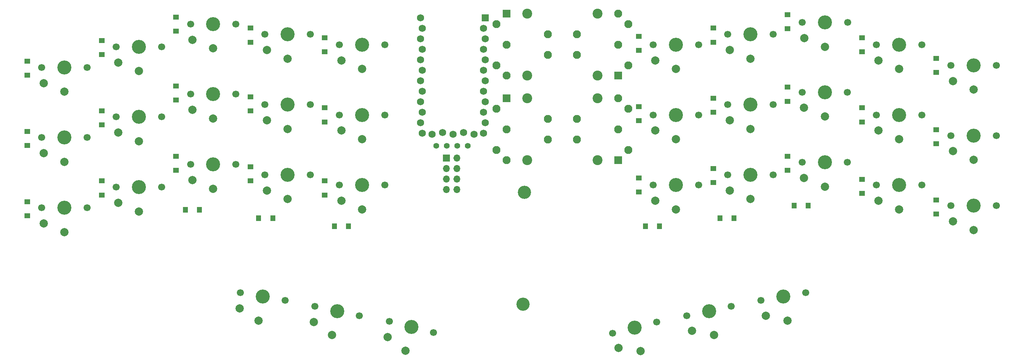
<source format=gbr>
%TF.GenerationSoftware,KiCad,Pcbnew,(5.1.9-0-10_14)*%
%TF.CreationDate,2021-06-06T18:46:05+01:00*%
%TF.ProjectId,dual_wield,6475616c-5f77-4696-956c-642e6b696361,rev?*%
%TF.SameCoordinates,Original*%
%TF.FileFunction,Soldermask,Top*%
%TF.FilePolarity,Negative*%
%FSLAX46Y46*%
G04 Gerber Fmt 4.6, Leading zero omitted, Abs format (unit mm)*
G04 Created by KiCad (PCBNEW (5.1.9-0-10_14)) date 2021-06-06 18:46:05*
%MOMM*%
%LPD*%
G01*
G04 APERTURE LIST*
%ADD10C,1.752600*%
%ADD11R,1.752600X1.752600*%
%ADD12C,1.397000*%
%ADD13C,1.700000*%
%ADD14C,2.000000*%
%ADD15C,3.400000*%
%ADD16O,1.700000X1.700000*%
%ADD17R,1.700000X1.700000*%
%ADD18C,1.950000*%
%ADD19C,2.400000*%
%ADD20R,1.950000X1.950000*%
%ADD21C,3.200000*%
%ADD22R,1.400000X1.200000*%
%ADD23R,1.200000X1.400000*%
G04 APERTURE END LIST*
D10*
%TO.C,U1*%
X283080000Y-159698600D03*
X280540000Y-159241400D03*
X278000000Y-159698600D03*
X275460000Y-159241400D03*
X272920000Y-159698600D03*
X270151400Y-131530000D03*
X285391400Y-159470000D03*
X270608600Y-134070000D03*
X270151400Y-136610000D03*
X270608600Y-139150000D03*
X270151400Y-141690000D03*
X270608600Y-144230000D03*
X270151400Y-146770000D03*
X270608600Y-149310000D03*
X270151400Y-151850000D03*
X270608600Y-154390000D03*
X270151400Y-156930000D03*
X270608600Y-159470000D03*
X285848600Y-156930000D03*
X285391400Y-154390000D03*
X285848600Y-151850000D03*
X285391400Y-149310000D03*
X285848600Y-146770000D03*
X285391400Y-144230000D03*
X285848600Y-141690000D03*
X285391400Y-139150000D03*
X285848600Y-136610000D03*
X285391400Y-134070000D03*
D11*
X285848600Y-131530000D03*
%TD*%
D12*
%TO.C,OL1*%
X281620000Y-162500000D03*
X279080000Y-162500000D03*
X276540000Y-162500000D03*
X274000000Y-162500000D03*
%TD*%
D13*
%TO.C,K?1*%
X189500000Y-143500000D03*
X178500000Y-143500000D03*
D14*
X179000000Y-147300000D03*
X184000000Y-149400000D03*
D15*
X184000000Y-143500000D03*
%TD*%
D13*
%TO.C,K35*%
X409500000Y-177000000D03*
X398500000Y-177000000D03*
D14*
X399000000Y-180800000D03*
X404000000Y-182900000D03*
D15*
X404000000Y-177000000D03*
%TD*%
D13*
%TO.C,K34*%
X409500000Y-160000000D03*
X398500000Y-160000000D03*
D14*
X399000000Y-163800000D03*
X404000000Y-165900000D03*
D15*
X404000000Y-160000000D03*
%TD*%
D13*
%TO.C,K33*%
X409500000Y-143000000D03*
X398500000Y-143000000D03*
D14*
X399000000Y-146800000D03*
X404000000Y-148900000D03*
D15*
X404000000Y-143000000D03*
%TD*%
D13*
%TO.C,K32*%
X391500000Y-172000000D03*
X380500000Y-172000000D03*
D14*
X381000000Y-175800000D03*
X386000000Y-177900000D03*
D15*
X386000000Y-172000000D03*
%TD*%
D13*
%TO.C,K31*%
X391500000Y-155000000D03*
X380500000Y-155000000D03*
D14*
X381000000Y-158800000D03*
X386000000Y-160900000D03*
D15*
X386000000Y-155000000D03*
%TD*%
D13*
%TO.C,K30*%
X391500000Y-138000000D03*
X380500000Y-138000000D03*
D14*
X381000000Y-141800000D03*
X386000000Y-143900000D03*
D15*
X386000000Y-138000000D03*
%TD*%
D13*
%TO.C,K29*%
X363416443Y-198044935D03*
X352583557Y-199955065D03*
D14*
X353735824Y-203610510D03*
X359024524Y-204810366D03*
D15*
X358000000Y-199000000D03*
%TD*%
D13*
%TO.C,K28*%
X373500000Y-166500000D03*
X362500000Y-166500000D03*
D14*
X363000000Y-170300000D03*
X368000000Y-172400000D03*
D15*
X368000000Y-166500000D03*
%TD*%
D13*
%TO.C,K27*%
X373500000Y-149500000D03*
X362500000Y-149500000D03*
D14*
X363000000Y-153300000D03*
X368000000Y-155400000D03*
D15*
X368000000Y-149500000D03*
%TD*%
D13*
%TO.C,K26*%
X373520000Y-132600000D03*
X362520000Y-132600000D03*
D14*
X363020000Y-136400000D03*
X368020000Y-138500000D03*
D15*
X368020000Y-132600000D03*
%TD*%
D13*
%TO.C,K25*%
X345379812Y-201356486D03*
X334620188Y-203643514D03*
D14*
X335899326Y-207256519D03*
X341226679Y-208271071D03*
D15*
X340000000Y-202500000D03*
%TD*%
D13*
%TO.C,K24*%
X355500000Y-169500000D03*
X344500000Y-169500000D03*
D14*
X345000000Y-173300000D03*
X350000000Y-175400000D03*
D15*
X350000000Y-169500000D03*
%TD*%
D13*
%TO.C,K23*%
X355500000Y-152500000D03*
X344500000Y-152500000D03*
D14*
X345000000Y-156300000D03*
X350000000Y-158400000D03*
D15*
X350000000Y-152500000D03*
%TD*%
D13*
%TO.C,K22*%
X355500000Y-135500000D03*
X344500000Y-135500000D03*
D14*
X345000000Y-139300000D03*
X350000000Y-141400000D03*
D15*
X350000000Y-135500000D03*
%TD*%
D13*
%TO.C,K21*%
X327336626Y-205169430D03*
X316663374Y-207830570D03*
D14*
X318067825Y-211396733D03*
X323427339Y-212224745D03*
D15*
X322000000Y-206500000D03*
%TD*%
D13*
%TO.C,K20*%
X337440000Y-172000000D03*
X326440000Y-172000000D03*
D14*
X326940000Y-175800000D03*
X331940000Y-177900000D03*
D15*
X331940000Y-172000000D03*
%TD*%
D13*
%TO.C,K19*%
X337440000Y-155000000D03*
X326440000Y-155000000D03*
D14*
X326940000Y-158800000D03*
X331940000Y-160900000D03*
D15*
X331940000Y-155000000D03*
%TD*%
D13*
%TO.C,K18*%
X337440000Y-138000000D03*
X326440000Y-138000000D03*
D14*
X326940000Y-141800000D03*
X331940000Y-143900000D03*
D15*
X331940000Y-138000000D03*
%TD*%
D13*
%TO.C,K17*%
X273286626Y-207680570D03*
X262613374Y-205019430D03*
D14*
X262179218Y-208827514D03*
X266522661Y-212074745D03*
D15*
X267950000Y-206350000D03*
%TD*%
D13*
%TO.C,K16*%
X261500000Y-172000000D03*
X250500000Y-172000000D03*
D14*
X251000000Y-175800000D03*
X256000000Y-177900000D03*
D15*
X256000000Y-172000000D03*
%TD*%
D13*
%TO.C,K15*%
X261500000Y-155000000D03*
X250500000Y-155000000D03*
D14*
X251000000Y-158800000D03*
X256000000Y-160900000D03*
D15*
X256000000Y-155000000D03*
%TD*%
D13*
%TO.C,K14*%
X261500000Y-138000000D03*
X250500000Y-138000000D03*
D14*
X251000000Y-141800000D03*
X256000000Y-143900000D03*
D15*
X256000000Y-138000000D03*
%TD*%
D13*
%TO.C,K13*%
X255379812Y-203643514D03*
X244620188Y-201356486D03*
D14*
X244319198Y-205177402D03*
X248773321Y-208271071D03*
D15*
X250000000Y-202500000D03*
%TD*%
D13*
%TO.C,K12*%
X243500000Y-169500000D03*
X232500000Y-169500000D03*
D14*
X233000000Y-173300000D03*
X238000000Y-175400000D03*
D15*
X238000000Y-169500000D03*
%TD*%
D13*
%TO.C,K11*%
X243500000Y-152500000D03*
X232500000Y-152500000D03*
D14*
X233000000Y-156300000D03*
X238000000Y-158400000D03*
D15*
X238000000Y-152500000D03*
%TD*%
D13*
%TO.C,K10*%
X243500000Y-135500000D03*
X232500000Y-135500000D03*
D14*
X233000000Y-139300000D03*
X238000000Y-141400000D03*
D15*
X238000000Y-135500000D03*
%TD*%
D13*
%TO.C,K9*%
X237416443Y-199955065D03*
X226583557Y-198044935D03*
D14*
X226416098Y-201874029D03*
X230975476Y-204810366D03*
D15*
X232000000Y-199000000D03*
%TD*%
D13*
%TO.C,K8*%
X225500000Y-167000000D03*
X214500000Y-167000000D03*
D14*
X215000000Y-170800000D03*
X220000000Y-172900000D03*
D15*
X220000000Y-167000000D03*
%TD*%
D13*
%TO.C,K7*%
X225500000Y-150000000D03*
X214500000Y-150000000D03*
D14*
X215000000Y-153800000D03*
X220000000Y-155900000D03*
D15*
X220000000Y-150000000D03*
%TD*%
D13*
%TO.C,K6*%
X225500000Y-133000000D03*
X214500000Y-133000000D03*
D14*
X215000000Y-136800000D03*
X220000000Y-138900000D03*
D15*
X220000000Y-133000000D03*
%TD*%
D13*
%TO.C,K5*%
X207500000Y-172500000D03*
X196500000Y-172500000D03*
D14*
X197000000Y-176300000D03*
X202000000Y-178400000D03*
D15*
X202000000Y-172500000D03*
%TD*%
D13*
%TO.C,K4*%
X207500000Y-155500000D03*
X196500000Y-155500000D03*
D14*
X197000000Y-159300000D03*
X202000000Y-161400000D03*
D15*
X202000000Y-155500000D03*
%TD*%
D13*
%TO.C,K3*%
X207500000Y-138500000D03*
X196500000Y-138500000D03*
D14*
X197000000Y-142300000D03*
X202000000Y-144400000D03*
D15*
X202000000Y-138500000D03*
%TD*%
D13*
%TO.C,K2*%
X189500000Y-177500000D03*
X178500000Y-177500000D03*
D14*
X179000000Y-181300000D03*
X184000000Y-183400000D03*
D15*
X184000000Y-177500000D03*
%TD*%
D13*
%TO.C,K1*%
X189500000Y-160500000D03*
X178500000Y-160500000D03*
D14*
X179000000Y-164300000D03*
X184000000Y-166400000D03*
D15*
X184000000Y-160500000D03*
%TD*%
D16*
%TO.C,JADNS1*%
X279000000Y-173040000D03*
X276460000Y-173040000D03*
X279000000Y-170500000D03*
X276460000Y-170500000D03*
X279000000Y-167960000D03*
X276460000Y-167960000D03*
X279000000Y-165420000D03*
D17*
X276460000Y-165420000D03*
%TD*%
D18*
%TO.C,J4*%
X318000000Y-151000000D03*
D19*
X313000000Y-151000000D03*
X313000000Y-166000000D03*
D18*
X320500000Y-163500000D03*
X320500000Y-153500000D03*
D20*
X318000000Y-166000000D03*
D18*
X318000000Y-158500000D03*
X308000000Y-161000000D03*
X308000000Y-156000000D03*
%TD*%
%TO.C,J3*%
X291000000Y-145500000D03*
D19*
X296000000Y-145500000D03*
X296000000Y-130500000D03*
D18*
X288500000Y-133000000D03*
X288500000Y-143000000D03*
D20*
X291000000Y-130500000D03*
D18*
X291000000Y-138000000D03*
X301000000Y-135500000D03*
X301000000Y-140500000D03*
%TD*%
%TO.C,J2*%
X318000000Y-130500000D03*
D19*
X313000000Y-130500000D03*
X313000000Y-145500000D03*
D18*
X320500000Y-143000000D03*
X320500000Y-133000000D03*
D20*
X318000000Y-145500000D03*
D18*
X318000000Y-138000000D03*
X308000000Y-140500000D03*
X308000000Y-135500000D03*
%TD*%
%TO.C,J1*%
X291000000Y-166000000D03*
D19*
X296000000Y-166000000D03*
X296000000Y-151000000D03*
D18*
X288500000Y-153500000D03*
X288500000Y-163500000D03*
D20*
X291000000Y-151000000D03*
D18*
X291000000Y-158500000D03*
X301000000Y-156000000D03*
X301000000Y-161000000D03*
%TD*%
D21*
%TO.C,H2*%
X295320000Y-173710000D03*
%TD*%
%TO.C,H1*%
X294950000Y-200820000D03*
%TD*%
D22*
%TO.C,D36*%
X395000000Y-175600000D03*
X395000000Y-179000000D03*
%TD*%
%TO.C,D35*%
X395000000Y-158600000D03*
X395000000Y-162000000D03*
%TD*%
%TO.C,D34*%
X395000000Y-141300000D03*
X395000000Y-144700000D03*
%TD*%
%TO.C,D33*%
X377000000Y-170600000D03*
X377000000Y-174000000D03*
%TD*%
%TO.C,D32*%
X377000000Y-153300000D03*
X377000000Y-156700000D03*
%TD*%
%TO.C,D31*%
X377000000Y-136300000D03*
X377000000Y-139700000D03*
%TD*%
D23*
%TO.C,D30*%
X364000000Y-177000000D03*
X360600000Y-177000000D03*
%TD*%
D22*
%TO.C,D29*%
X359000000Y-165000000D03*
X359000000Y-168400000D03*
%TD*%
%TO.C,D28*%
X359000000Y-148300000D03*
X359000000Y-151700000D03*
%TD*%
%TO.C,D27*%
X359000000Y-130710000D03*
X359000000Y-134110000D03*
%TD*%
D23*
%TO.C,D26*%
X346000000Y-180000000D03*
X342600000Y-180000000D03*
%TD*%
D22*
%TO.C,D25*%
X341000000Y-168000000D03*
X341000000Y-171400000D03*
%TD*%
%TO.C,D24*%
X341000000Y-151000000D03*
X341000000Y-154400000D03*
%TD*%
%TO.C,D23*%
X341000000Y-134000000D03*
X341000000Y-137400000D03*
%TD*%
D23*
%TO.C,D22*%
X328000000Y-182000000D03*
X324600000Y-182000000D03*
%TD*%
D22*
%TO.C,D21*%
X323000000Y-170300000D03*
X323000000Y-173700000D03*
%TD*%
%TO.C,D20*%
X323000000Y-153000000D03*
X323000000Y-156400000D03*
%TD*%
%TO.C,D19*%
X323000000Y-136000000D03*
X323000000Y-139400000D03*
%TD*%
D23*
%TO.C,D18*%
X249300000Y-182000000D03*
X252700000Y-182000000D03*
%TD*%
D22*
%TO.C,D17*%
X247000000Y-171000000D03*
X247000000Y-174400000D03*
%TD*%
%TO.C,D16*%
X247000000Y-153300000D03*
X247000000Y-156700000D03*
%TD*%
%TO.C,D15*%
X247000000Y-136300000D03*
X247000000Y-139700000D03*
%TD*%
D23*
%TO.C,D14*%
X231000000Y-180000000D03*
X234400000Y-180000000D03*
%TD*%
D22*
%TO.C,D13*%
X229000000Y-167600000D03*
X229000000Y-171000000D03*
%TD*%
%TO.C,D12*%
X229000000Y-150600000D03*
X229000000Y-154000000D03*
%TD*%
%TO.C,D11*%
X229000000Y-134000000D03*
X229000000Y-137400000D03*
%TD*%
D23*
%TO.C,D10*%
X213300000Y-178000000D03*
X216700000Y-178000000D03*
%TD*%
D22*
%TO.C,D9*%
X211000000Y-165000000D03*
X211000000Y-168400000D03*
%TD*%
%TO.C,D8*%
X211000000Y-148000000D03*
X211000000Y-151400000D03*
%TD*%
%TO.C,D7*%
X211000000Y-131300000D03*
X211000000Y-134700000D03*
%TD*%
%TO.C,D6*%
X193000000Y-171000000D03*
X193000000Y-174400000D03*
%TD*%
%TO.C,D5*%
X193000000Y-154000000D03*
X193000000Y-157400000D03*
%TD*%
%TO.C,D4*%
X193000000Y-137000000D03*
X193000000Y-140400000D03*
%TD*%
%TO.C,D3*%
X175000000Y-176000000D03*
X175000000Y-179400000D03*
%TD*%
%TO.C,D2*%
X175000000Y-159000000D03*
X175000000Y-162400000D03*
%TD*%
%TO.C,D1*%
X175000000Y-142000000D03*
X175000000Y-145400000D03*
%TD*%
M02*

</source>
